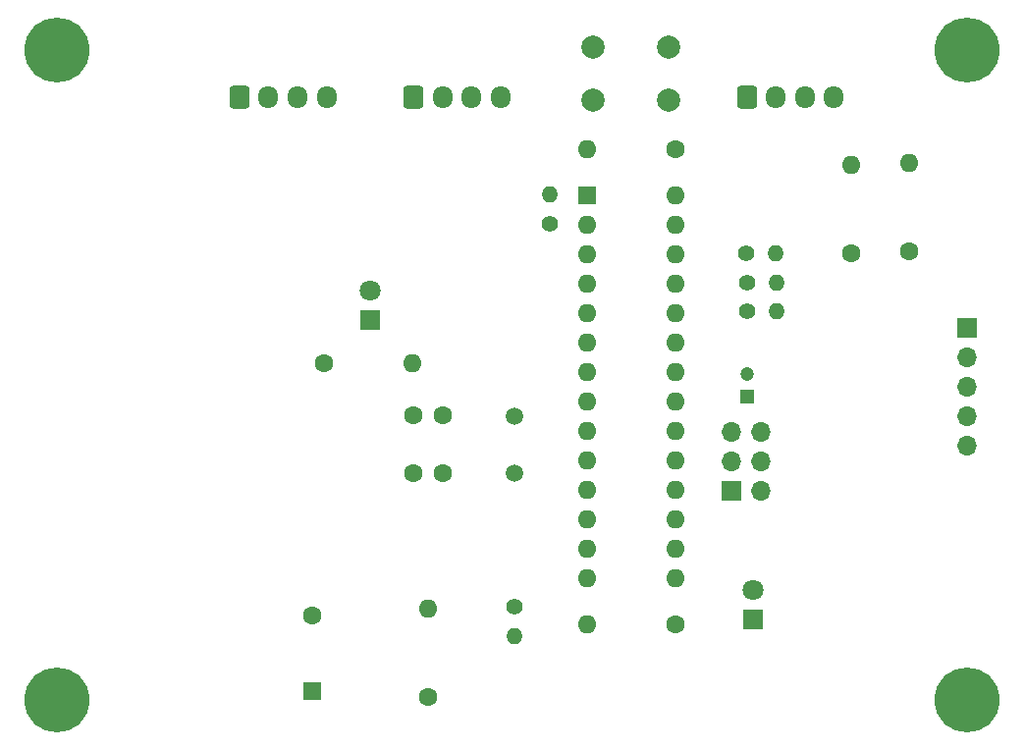
<source format=gbr>
%TF.GenerationSoftware,KiCad,Pcbnew,6.0.10-86aedd382b~118~ubuntu20.04.1*%
%TF.CreationDate,2023-02-11T18:46:26+05:30*%
%TF.ProjectId,motor controller,6d6f746f-7220-4636-9f6e-74726f6c6c65,rev?*%
%TF.SameCoordinates,Original*%
%TF.FileFunction,Soldermask,Bot*%
%TF.FilePolarity,Negative*%
%FSLAX46Y46*%
G04 Gerber Fmt 4.6, Leading zero omitted, Abs format (unit mm)*
G04 Created by KiCad (PCBNEW 6.0.10-86aedd382b~118~ubuntu20.04.1) date 2023-02-11 18:46:26*
%MOMM*%
%LPD*%
G01*
G04 APERTURE LIST*
G04 Aperture macros list*
%AMRoundRect*
0 Rectangle with rounded corners*
0 $1 Rounding radius*
0 $2 $3 $4 $5 $6 $7 $8 $9 X,Y pos of 4 corners*
0 Add a 4 corners polygon primitive as box body*
4,1,4,$2,$3,$4,$5,$6,$7,$8,$9,$2,$3,0*
0 Add four circle primitives for the rounded corners*
1,1,$1+$1,$2,$3*
1,1,$1+$1,$4,$5*
1,1,$1+$1,$6,$7*
1,1,$1+$1,$8,$9*
0 Add four rect primitives between the rounded corners*
20,1,$1+$1,$2,$3,$4,$5,0*
20,1,$1+$1,$4,$5,$6,$7,0*
20,1,$1+$1,$6,$7,$8,$9,0*
20,1,$1+$1,$8,$9,$2,$3,0*%
G04 Aperture macros list end*
%ADD10C,1.600000*%
%ADD11O,1.600000X1.600000*%
%ADD12RoundRect,0.250000X-0.600000X-0.725000X0.600000X-0.725000X0.600000X0.725000X-0.600000X0.725000X0*%
%ADD13O,1.700000X1.950000*%
%ADD14R,1.800000X1.800000*%
%ADD15C,1.800000*%
%ADD16C,1.400000*%
%ADD17O,1.400000X1.400000*%
%ADD18C,2.000000*%
%ADD19C,5.600000*%
%ADD20R,1.200000X1.200000*%
%ADD21C,1.200000*%
%ADD22C,1.500000*%
%ADD23R,1.600000X1.600000*%
%ADD24R,1.700000X1.700000*%
%ADD25O,1.700000X1.700000*%
G04 APERTURE END LIST*
D10*
%TO.C,R1*%
X106310000Y-61500000D03*
D11*
X98690000Y-61500000D03*
%TD*%
D10*
%TO.C,R3*%
X76000000Y-80000000D03*
D11*
X83620000Y-80000000D03*
%TD*%
D12*
%TO.C,J2*%
X112500000Y-57032500D03*
D13*
X115000000Y-57032500D03*
X117500000Y-57032500D03*
X120000000Y-57032500D03*
%TD*%
D10*
%TO.C,R11*%
X121500000Y-70500000D03*
D11*
X121500000Y-62880000D03*
%TD*%
D10*
%TO.C,R10*%
X126500000Y-70310000D03*
D11*
X126500000Y-62690000D03*
%TD*%
D14*
%TO.C,D2*%
X113000000Y-102040000D03*
D15*
X113000000Y-99500000D03*
%TD*%
D16*
%TO.C,R8*%
X112460000Y-70500000D03*
D17*
X115000000Y-70500000D03*
%TD*%
D12*
%TO.C,J5*%
X83750000Y-57032500D03*
D13*
X86250000Y-57032500D03*
X88750000Y-57032500D03*
X91250000Y-57032500D03*
%TD*%
D18*
%TO.C,SW1*%
X99250000Y-57250000D03*
X105750000Y-57250000D03*
X105750000Y-52750000D03*
X99250000Y-52750000D03*
%TD*%
D16*
%TO.C,R5*%
X92500000Y-101000000D03*
D17*
X92500000Y-103540000D03*
%TD*%
D14*
%TO.C,D1*%
X80000000Y-76285000D03*
D15*
X80000000Y-73745000D03*
%TD*%
D19*
%TO.C,H2*%
X131500000Y-53000000D03*
%TD*%
D16*
%TO.C,R9*%
X95500000Y-68000000D03*
D17*
X95500000Y-65460000D03*
%TD*%
D20*
%TO.C,C1*%
X112500000Y-82871980D03*
D21*
X112500000Y-80871980D03*
%TD*%
D22*
%TO.C,Y1*%
X92500000Y-89450000D03*
X92500000Y-84570000D03*
%TD*%
D10*
%TO.C,R4*%
X106310000Y-102500000D03*
D11*
X98690000Y-102500000D03*
%TD*%
D23*
%TO.C,BZ1*%
X75000000Y-108250000D03*
D10*
X75000000Y-101750000D03*
%TD*%
%TO.C,C2*%
X86250000Y-84500000D03*
X83750000Y-84500000D03*
%TD*%
%TO.C,C3*%
X86250000Y-89500000D03*
X83750000Y-89500000D03*
%TD*%
D12*
%TO.C,J4*%
X68750000Y-57032500D03*
D13*
X71250000Y-57032500D03*
X73750000Y-57032500D03*
X76250000Y-57032500D03*
%TD*%
D19*
%TO.C,H3*%
X53000000Y-53000000D03*
%TD*%
%TO.C,H1*%
X53000000Y-109000000D03*
%TD*%
D16*
%TO.C,R6*%
X112500000Y-75500000D03*
D17*
X115040000Y-75500000D03*
%TD*%
D19*
%TO.C,H4*%
X131500000Y-109000000D03*
%TD*%
D10*
%TO.C,R2*%
X85000000Y-108810000D03*
D11*
X85000000Y-101190000D03*
%TD*%
D24*
%TO.C,J1*%
X111210000Y-91000000D03*
D25*
X113750000Y-91000000D03*
X111210000Y-88460000D03*
X113750000Y-88460000D03*
X111210000Y-85920000D03*
X113750000Y-85920000D03*
%TD*%
D16*
%TO.C,R7*%
X112500000Y-73000000D03*
D17*
X115040000Y-73000000D03*
%TD*%
D23*
%TO.C,U1*%
X98700000Y-65500000D03*
D11*
X98700000Y-68040000D03*
X98700000Y-70580000D03*
X98700000Y-73120000D03*
X98700000Y-75660000D03*
X98700000Y-78200000D03*
X98700000Y-80740000D03*
X98700000Y-83280000D03*
X98700000Y-85820000D03*
X98700000Y-88360000D03*
X98700000Y-90900000D03*
X98700000Y-93440000D03*
X98700000Y-95980000D03*
X98700000Y-98520000D03*
X106320000Y-98520000D03*
X106320000Y-95980000D03*
X106320000Y-93440000D03*
X106320000Y-90900000D03*
X106320000Y-88360000D03*
X106320000Y-85820000D03*
X106320000Y-83280000D03*
X106320000Y-80740000D03*
X106320000Y-78200000D03*
X106320000Y-75660000D03*
X106320000Y-73120000D03*
X106320000Y-70580000D03*
X106320000Y-68040000D03*
X106320000Y-65500000D03*
%TD*%
D24*
%TO.C,J3*%
X131525000Y-76920000D03*
D25*
X131525000Y-79460000D03*
X131525000Y-82000000D03*
X131525000Y-84540000D03*
X131525000Y-87080000D03*
%TD*%
M02*

</source>
